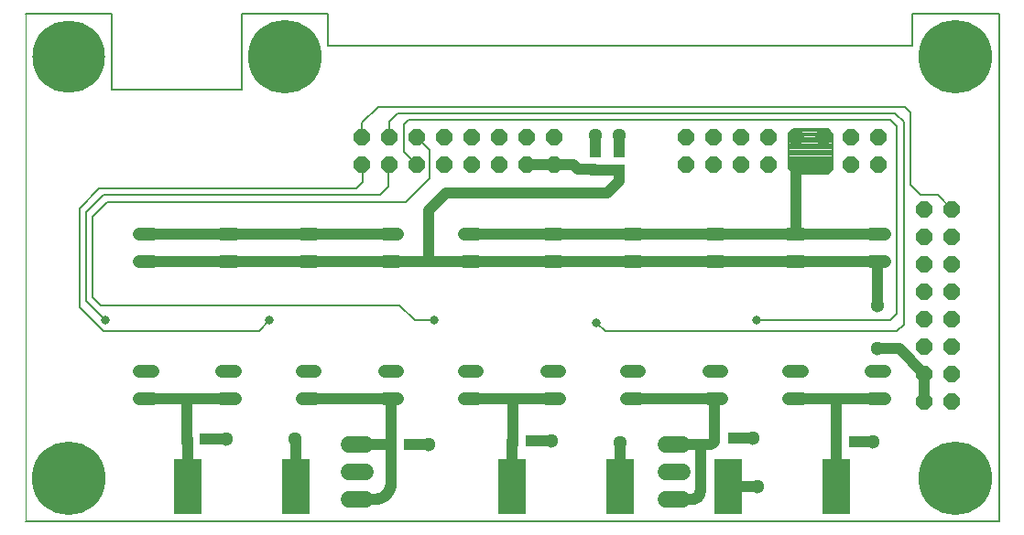
<source format=gtl>
G75*
%MOIN*%
%OFA0B0*%
%FSLAX25Y25*%
%IPPOS*%
%LPD*%
%AMOC8*
5,1,8,0,0,1.08239X$1,22.5*
%
%ADD10C,0.00591*%
%ADD11C,0.00394*%
%ADD12C,0.04800*%
%ADD13R,0.03937X0.04331*%
%ADD14OC8,0.06000*%
%ADD15R,0.10000X0.20000*%
%ADD16C,0.06000*%
%ADD17C,0.03937*%
%ADD18C,0.05118*%
%ADD19C,0.26378*%
%ADD20C,0.26772*%
%ADD21C,0.03150*%
%ADD22C,0.00787*%
D10*
X0001394Y0004890D02*
X0355724Y0004890D01*
X0355724Y0189929D01*
X0324228Y0189929D01*
X0324228Y0178118D01*
X0111630Y0178118D01*
X0111630Y0189929D01*
X0080134Y0189929D01*
X0080134Y0162370D01*
X0032890Y0162370D01*
X0032890Y0189929D01*
X0001394Y0189929D01*
D11*
X0001394Y0004890D01*
D12*
X0043049Y0049693D02*
X0047849Y0049693D01*
X0047849Y0059693D02*
X0043049Y0059693D01*
X0073049Y0059693D02*
X0077849Y0059693D01*
X0077849Y0049693D02*
X0073049Y0049693D01*
X0102104Y0049693D02*
X0106904Y0049693D01*
X0106904Y0059693D02*
X0102104Y0059693D01*
X0132104Y0059693D02*
X0136904Y0059693D01*
X0136904Y0049693D02*
X0132104Y0049693D01*
X0161159Y0049693D02*
X0165959Y0049693D01*
X0165959Y0059693D02*
X0161159Y0059693D01*
X0191159Y0059693D02*
X0195959Y0059693D01*
X0195959Y0049693D02*
X0191159Y0049693D01*
X0220214Y0049693D02*
X0225014Y0049693D01*
X0225014Y0059693D02*
X0220214Y0059693D01*
X0250214Y0059693D02*
X0255014Y0059693D01*
X0255014Y0049693D02*
X0250214Y0049693D01*
X0279269Y0049693D02*
X0284069Y0049693D01*
X0284069Y0059693D02*
X0279269Y0059693D01*
X0309269Y0059693D02*
X0314069Y0059693D01*
X0314069Y0049693D02*
X0309269Y0049693D01*
X0309269Y0099693D02*
X0314069Y0099693D01*
X0314069Y0109693D02*
X0309269Y0109693D01*
X0284069Y0109693D02*
X0279269Y0109693D01*
X0279269Y0099693D02*
X0284069Y0099693D01*
X0255014Y0099693D02*
X0250214Y0099693D01*
X0250214Y0109693D02*
X0255014Y0109693D01*
X0225014Y0109693D02*
X0220214Y0109693D01*
X0220214Y0099693D02*
X0225014Y0099693D01*
X0195959Y0099693D02*
X0191159Y0099693D01*
X0191159Y0109693D02*
X0195959Y0109693D01*
X0165959Y0109693D02*
X0161159Y0109693D01*
X0161159Y0099693D02*
X0165959Y0099693D01*
X0136904Y0099693D02*
X0132104Y0099693D01*
X0132104Y0109693D02*
X0136904Y0109693D01*
X0106904Y0109693D02*
X0102104Y0109693D01*
X0102104Y0099693D02*
X0106904Y0099693D01*
X0077849Y0099693D02*
X0073049Y0099693D01*
X0073049Y0109693D02*
X0077849Y0109693D01*
X0047849Y0109693D02*
X0043049Y0109693D01*
X0043049Y0099693D02*
X0047849Y0099693D01*
D13*
X0060291Y0035008D03*
X0066984Y0035008D03*
X0134425Y0033039D03*
X0141118Y0033039D03*
X0178756Y0034417D03*
X0185449Y0034417D03*
X0252378Y0035205D03*
X0259071Y0035205D03*
X0296457Y0033827D03*
X0303150Y0033827D03*
X0217535Y0133039D03*
X0208874Y0133039D03*
X0208874Y0139732D03*
X0217535Y0139732D03*
D14*
X0193874Y0134929D03*
X0183874Y0134929D03*
X0173874Y0134929D03*
X0163874Y0134929D03*
X0153874Y0134929D03*
X0143874Y0134929D03*
X0133874Y0134929D03*
X0123874Y0134929D03*
X0123874Y0144929D03*
X0133874Y0144929D03*
X0143874Y0144929D03*
X0153874Y0144929D03*
X0163874Y0144929D03*
X0173874Y0144929D03*
X0183874Y0144929D03*
X0193874Y0144929D03*
X0241984Y0144929D03*
X0251984Y0144929D03*
X0261984Y0144929D03*
X0271984Y0144929D03*
X0281984Y0144929D03*
X0291984Y0144929D03*
X0301984Y0144929D03*
X0311984Y0144929D03*
X0311984Y0134929D03*
X0301984Y0134929D03*
X0291984Y0134929D03*
X0281984Y0134929D03*
X0271984Y0134929D03*
X0261984Y0134929D03*
X0251984Y0134929D03*
X0241984Y0134929D03*
X0328677Y0118630D03*
X0338677Y0118630D03*
X0338677Y0108630D03*
X0328677Y0108630D03*
X0328677Y0098630D03*
X0338677Y0098630D03*
X0338677Y0088630D03*
X0328677Y0088630D03*
X0328677Y0078630D03*
X0338677Y0078630D03*
X0338677Y0068630D03*
X0328677Y0068630D03*
X0328677Y0058630D03*
X0338677Y0058630D03*
X0338677Y0048630D03*
X0328677Y0048630D03*
D15*
X0296669Y0017488D03*
X0257299Y0017488D03*
X0217929Y0017488D03*
X0178559Y0017488D03*
X0099819Y0017488D03*
X0060449Y0017488D03*
D16*
X0119260Y0013000D02*
X0125260Y0013000D01*
X0125260Y0023000D02*
X0119260Y0023000D01*
X0119260Y0033000D02*
X0125260Y0033000D01*
X0234614Y0033000D02*
X0240614Y0033000D01*
X0240614Y0023000D02*
X0234614Y0023000D01*
X0234614Y0013000D02*
X0240614Y0013000D01*
D17*
X0237614Y0013000D02*
X0244150Y0013000D01*
X0244256Y0013002D01*
X0244363Y0013008D01*
X0244469Y0013017D01*
X0244574Y0013031D01*
X0244679Y0013048D01*
X0244783Y0013070D01*
X0244887Y0013095D01*
X0244989Y0013124D01*
X0245091Y0013156D01*
X0245191Y0013192D01*
X0245289Y0013232D01*
X0245386Y0013275D01*
X0245482Y0013322D01*
X0245576Y0013373D01*
X0245667Y0013426D01*
X0245757Y0013484D01*
X0245845Y0013544D01*
X0245930Y0013607D01*
X0246013Y0013674D01*
X0246094Y0013743D01*
X0246172Y0013816D01*
X0246247Y0013891D01*
X0246320Y0013969D01*
X0246389Y0014050D01*
X0246456Y0014133D01*
X0246519Y0014218D01*
X0246579Y0014306D01*
X0246637Y0014396D01*
X0246690Y0014487D01*
X0246741Y0014581D01*
X0246788Y0014677D01*
X0246831Y0014774D01*
X0246871Y0014872D01*
X0246907Y0014972D01*
X0246939Y0015074D01*
X0246968Y0015176D01*
X0246993Y0015280D01*
X0247015Y0015384D01*
X0247032Y0015489D01*
X0247046Y0015594D01*
X0247055Y0015700D01*
X0247061Y0015807D01*
X0247063Y0015913D01*
X0247063Y0032213D01*
X0247065Y0032267D01*
X0247070Y0032320D01*
X0247079Y0032373D01*
X0247092Y0032425D01*
X0247108Y0032477D01*
X0247128Y0032527D01*
X0247151Y0032575D01*
X0247178Y0032622D01*
X0247207Y0032667D01*
X0247240Y0032710D01*
X0247275Y0032750D01*
X0247313Y0032788D01*
X0247353Y0032823D01*
X0247396Y0032856D01*
X0247441Y0032885D01*
X0247488Y0032912D01*
X0247536Y0032935D01*
X0247586Y0032955D01*
X0247638Y0032971D01*
X0247690Y0032984D01*
X0247743Y0032993D01*
X0247796Y0032998D01*
X0247850Y0033000D01*
X0250173Y0033000D01*
X0250264Y0033002D01*
X0250355Y0033008D01*
X0250446Y0033017D01*
X0250536Y0033030D01*
X0250625Y0033047D01*
X0250714Y0033067D01*
X0250802Y0033092D01*
X0250889Y0033119D01*
X0250975Y0033151D01*
X0251059Y0033186D01*
X0251141Y0033224D01*
X0251222Y0033266D01*
X0251302Y0033311D01*
X0251379Y0033359D01*
X0251454Y0033410D01*
X0251527Y0033465D01*
X0251598Y0033522D01*
X0251666Y0033583D01*
X0251732Y0033646D01*
X0251795Y0033712D01*
X0251856Y0033780D01*
X0251913Y0033851D01*
X0251968Y0033924D01*
X0252019Y0033999D01*
X0252067Y0034076D01*
X0252112Y0034156D01*
X0252154Y0034237D01*
X0252192Y0034319D01*
X0252227Y0034403D01*
X0252259Y0034489D01*
X0252286Y0034576D01*
X0252311Y0034664D01*
X0252331Y0034753D01*
X0252348Y0034842D01*
X0252361Y0034932D01*
X0252370Y0035023D01*
X0252376Y0035114D01*
X0252378Y0035205D01*
X0252378Y0049457D01*
X0252380Y0049485D01*
X0252385Y0049513D01*
X0252393Y0049541D01*
X0252405Y0049567D01*
X0252420Y0049591D01*
X0252437Y0049613D01*
X0252458Y0049634D01*
X0252480Y0049651D01*
X0252504Y0049666D01*
X0252530Y0049678D01*
X0252558Y0049686D01*
X0252586Y0049691D01*
X0252614Y0049693D01*
X0222614Y0049693D01*
X0193559Y0049693D02*
X0178559Y0049693D01*
X0178756Y0049496D01*
X0178756Y0034417D01*
X0178559Y0034220D01*
X0178559Y0017488D01*
X0185449Y0034417D02*
X0192732Y0034417D01*
X0217929Y0033630D02*
X0217929Y0017488D01*
X0237614Y0033000D02*
X0247850Y0033000D01*
X0259071Y0035205D02*
X0266354Y0035205D01*
X0281669Y0049693D02*
X0296669Y0049693D01*
X0296457Y0049480D01*
X0296457Y0033827D01*
X0296669Y0033614D01*
X0296669Y0017488D01*
X0303150Y0033827D02*
X0310055Y0033827D01*
X0311669Y0049693D02*
X0296669Y0049693D01*
X0319425Y0067882D02*
X0328677Y0058630D01*
X0328677Y0048630D01*
X0319425Y0067882D02*
X0311630Y0067882D01*
X0311630Y0083630D02*
X0311630Y0099654D01*
X0311669Y0099693D01*
X0281669Y0099693D01*
X0252614Y0099693D01*
X0222614Y0099693D01*
X0193559Y0099693D01*
X0163559Y0099693D01*
X0147850Y0099693D01*
X0148244Y0100087D01*
X0148244Y0118276D01*
X0154543Y0124575D01*
X0213205Y0124575D01*
X0217535Y0128906D01*
X0217535Y0133039D01*
X0208874Y0133039D01*
X0208677Y0133236D01*
X0202575Y0133236D01*
X0200882Y0134929D01*
X0193874Y0134929D01*
X0183874Y0134929D01*
X0208874Y0139732D02*
X0208874Y0145638D01*
X0217535Y0145638D02*
X0217535Y0139732D01*
X0222614Y0109693D02*
X0193559Y0109693D01*
X0163559Y0109693D01*
X0147850Y0099693D02*
X0134504Y0099693D01*
X0104504Y0099693D01*
X0075449Y0099693D01*
X0045449Y0099693D01*
X0045449Y0109693D02*
X0075449Y0109693D01*
X0104504Y0109693D01*
X0134504Y0109693D01*
X0222614Y0109693D02*
X0252614Y0109693D01*
X0281669Y0109693D01*
X0281984Y0113630D01*
X0281984Y0134929D01*
X0291984Y0134929D01*
X0281669Y0109693D02*
X0311669Y0109693D01*
X0178559Y0049693D02*
X0163559Y0049693D01*
X0148244Y0033039D02*
X0141118Y0033039D01*
X0134504Y0033118D02*
X0134504Y0035205D01*
X0134504Y0049693D01*
X0104504Y0049693D01*
X0099819Y0034811D02*
X0099819Y0017488D01*
X0122260Y0013000D02*
X0128795Y0013000D01*
X0128943Y0013002D01*
X0129092Y0013008D01*
X0129240Y0013017D01*
X0129388Y0013031D01*
X0129535Y0013048D01*
X0129682Y0013070D01*
X0129828Y0013095D01*
X0129974Y0013124D01*
X0130118Y0013157D01*
X0130262Y0013193D01*
X0130405Y0013233D01*
X0130547Y0013277D01*
X0130687Y0013325D01*
X0130827Y0013377D01*
X0130964Y0013432D01*
X0131101Y0013490D01*
X0131236Y0013552D01*
X0131369Y0013618D01*
X0131500Y0013687D01*
X0131630Y0013760D01*
X0131757Y0013835D01*
X0131883Y0013915D01*
X0132006Y0013997D01*
X0132127Y0014083D01*
X0132246Y0014171D01*
X0132363Y0014263D01*
X0132477Y0014358D01*
X0132588Y0014456D01*
X0132697Y0014557D01*
X0132804Y0014660D01*
X0132907Y0014767D01*
X0133008Y0014876D01*
X0133106Y0014987D01*
X0133201Y0015101D01*
X0133293Y0015218D01*
X0133381Y0015337D01*
X0133467Y0015458D01*
X0133549Y0015581D01*
X0133629Y0015707D01*
X0133704Y0015835D01*
X0133777Y0015964D01*
X0133846Y0016095D01*
X0133912Y0016228D01*
X0133974Y0016363D01*
X0134032Y0016500D01*
X0134087Y0016637D01*
X0134139Y0016777D01*
X0134187Y0016917D01*
X0134231Y0017059D01*
X0134271Y0017202D01*
X0134307Y0017346D01*
X0134340Y0017490D01*
X0134369Y0017636D01*
X0134394Y0017782D01*
X0134416Y0017929D01*
X0134433Y0018076D01*
X0134447Y0018224D01*
X0134456Y0018372D01*
X0134462Y0018521D01*
X0134464Y0018669D01*
X0134465Y0018669D02*
X0134465Y0035165D01*
X0134466Y0035175D01*
X0134470Y0035185D01*
X0134476Y0035193D01*
X0134485Y0035199D01*
X0134494Y0035203D01*
X0134504Y0035204D01*
X0134504Y0033118D02*
X0134502Y0033103D01*
X0134498Y0033088D01*
X0134491Y0033074D01*
X0134481Y0033062D01*
X0134469Y0033052D01*
X0134455Y0033045D01*
X0134440Y0033041D01*
X0134425Y0033039D01*
X0134424Y0033029D01*
X0134420Y0033020D01*
X0134414Y0033011D01*
X0134406Y0033005D01*
X0134396Y0033001D01*
X0134386Y0033000D01*
X0122260Y0033000D01*
X0099819Y0034811D02*
X0099817Y0034837D01*
X0099812Y0034862D01*
X0099804Y0034886D01*
X0099793Y0034910D01*
X0099778Y0034931D01*
X0099761Y0034950D01*
X0099742Y0034967D01*
X0099721Y0034982D01*
X0099697Y0034993D01*
X0099673Y0035001D01*
X0099648Y0035006D01*
X0099622Y0035008D01*
X0074425Y0035008D02*
X0066984Y0035008D01*
X0060449Y0034850D02*
X0060291Y0035008D01*
X0060291Y0048748D01*
X0061236Y0049693D01*
X0075449Y0049693D01*
X0061236Y0049693D02*
X0045449Y0049693D01*
X0060449Y0034850D02*
X0060449Y0017488D01*
X0257299Y0017488D02*
X0267929Y0017488D01*
D18*
X0267929Y0017488D03*
X0266354Y0035205D03*
X0310055Y0033827D03*
X0311630Y0067882D03*
X0311630Y0083630D03*
X0217929Y0033630D03*
X0192732Y0034417D03*
X0148244Y0033039D03*
X0099622Y0035008D03*
X0074425Y0035008D03*
X0208874Y0145638D03*
X0217535Y0145638D03*
D19*
X0017142Y0174181D03*
D20*
X0095882Y0174181D03*
X0339976Y0174181D03*
X0339976Y0020638D03*
X0017142Y0020638D03*
D21*
X0030528Y0078118D03*
X0090370Y0078118D03*
X0150213Y0078118D03*
X0209268Y0077331D03*
X0267535Y0078118D03*
D22*
X0316354Y0078118D01*
X0318717Y0080480D01*
X0318717Y0148984D01*
X0316354Y0151346D01*
X0140764Y0151346D01*
X0139189Y0149772D01*
X0139189Y0139614D01*
X0143874Y0134929D01*
X0133874Y0134929D02*
X0133677Y0134732D01*
X0133677Y0126937D01*
X0130528Y0123787D01*
X0029740Y0123787D01*
X0023441Y0117488D01*
X0023441Y0085205D01*
X0030528Y0078118D01*
X0029740Y0074181D02*
X0086433Y0074181D01*
X0090370Y0078118D01*
X0137614Y0083630D02*
X0028953Y0083630D01*
X0025803Y0086780D01*
X0025803Y0115913D01*
X0031315Y0121425D01*
X0139976Y0121425D01*
X0148638Y0130087D01*
X0148638Y0140323D01*
X0144031Y0144929D01*
X0143874Y0144929D01*
X0133874Y0144929D02*
X0133874Y0150756D01*
X0136827Y0153709D01*
X0317929Y0153709D01*
X0321079Y0150559D01*
X0321079Y0076543D01*
X0318717Y0074181D01*
X0212417Y0074181D01*
X0209268Y0077331D01*
X0150213Y0078118D02*
X0143126Y0078118D01*
X0137614Y0083630D01*
X0121866Y0126150D02*
X0124228Y0128512D01*
X0124228Y0134575D01*
X0123874Y0134929D01*
X0121866Y0126150D02*
X0028165Y0126150D01*
X0021079Y0119063D01*
X0021079Y0082843D01*
X0029740Y0074181D01*
X0123874Y0144929D02*
X0123874Y0150205D01*
X0129740Y0156071D01*
X0321472Y0156071D01*
X0323441Y0154102D01*
X0323441Y0127724D01*
X0327378Y0123787D01*
X0333520Y0123787D01*
X0338677Y0118630D01*
X0295094Y0133236D02*
X0293520Y0131661D01*
X0280921Y0131661D01*
X0279346Y0133630D01*
X0279346Y0146228D01*
X0280921Y0147803D01*
X0293520Y0147803D01*
X0295094Y0145835D01*
X0295094Y0133236D01*
X0294852Y0132994D02*
X0279856Y0132994D01*
X0279346Y0133779D02*
X0295094Y0133779D01*
X0295094Y0134565D02*
X0279346Y0134565D01*
X0279346Y0135351D02*
X0295094Y0135351D01*
X0295094Y0136137D02*
X0279346Y0136137D01*
X0279346Y0136923D02*
X0295094Y0136923D01*
X0295094Y0137709D02*
X0279346Y0137709D01*
X0279346Y0138495D02*
X0295094Y0138495D01*
X0295094Y0139281D02*
X0279346Y0139281D01*
X0279346Y0140067D02*
X0295094Y0140067D01*
X0295094Y0140853D02*
X0279346Y0140853D01*
X0279346Y0141639D02*
X0295094Y0141639D01*
X0295094Y0142425D02*
X0279346Y0142425D01*
X0279346Y0143210D02*
X0295094Y0143210D01*
X0295094Y0143996D02*
X0279346Y0143996D01*
X0279346Y0144782D02*
X0295094Y0144782D01*
X0295094Y0145568D02*
X0279346Y0145568D01*
X0279472Y0146354D02*
X0294679Y0146354D01*
X0294050Y0147140D02*
X0280258Y0147140D01*
X0280484Y0132208D02*
X0294066Y0132208D01*
M02*

</source>
